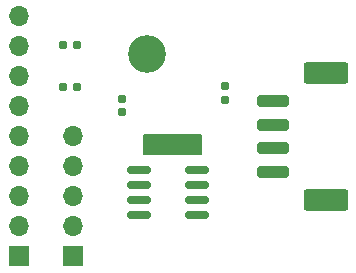
<source format=gbr>
%TF.GenerationSoftware,KiCad,Pcbnew,(6.0.7)*%
%TF.CreationDate,2022-09-05T16:04:27+02:00*%
%TF.ProjectId,autoprobe,6175746f-7072-46f6-9265-2e6b69636164,rev?*%
%TF.SameCoordinates,Original*%
%TF.FileFunction,Soldermask,Top*%
%TF.FilePolarity,Negative*%
%FSLAX46Y46*%
G04 Gerber Fmt 4.6, Leading zero omitted, Abs format (unit mm)*
G04 Created by KiCad (PCBNEW (6.0.7)) date 2022-09-05 16:04:27*
%MOMM*%
%LPD*%
G01*
G04 APERTURE LIST*
G04 Aperture macros list*
%AMRoundRect*
0 Rectangle with rounded corners*
0 $1 Rounding radius*
0 $2 $3 $4 $5 $6 $7 $8 $9 X,Y pos of 4 corners*
0 Add a 4 corners polygon primitive as box body*
4,1,4,$2,$3,$4,$5,$6,$7,$8,$9,$2,$3,0*
0 Add four circle primitives for the rounded corners*
1,1,$1+$1,$2,$3*
1,1,$1+$1,$4,$5*
1,1,$1+$1,$6,$7*
1,1,$1+$1,$8,$9*
0 Add four rect primitives between the rounded corners*
20,1,$1+$1,$2,$3,$4,$5,0*
20,1,$1+$1,$4,$5,$6,$7,0*
20,1,$1+$1,$6,$7,$8,$9,0*
20,1,$1+$1,$8,$9,$2,$3,0*%
G04 Aperture macros list end*
%ADD10C,0.150000*%
%ADD11C,3.200000*%
%ADD12RoundRect,0.160000X-0.197500X-0.160000X0.197500X-0.160000X0.197500X0.160000X-0.197500X0.160000X0*%
%ADD13RoundRect,0.250000X1.100000X-0.250000X1.100000X0.250000X-1.100000X0.250000X-1.100000X-0.250000X0*%
%ADD14RoundRect,0.250000X1.650000X-0.650000X1.650000X0.650000X-1.650000X0.650000X-1.650000X-0.650000X0*%
%ADD15RoundRect,0.150000X0.825000X0.150000X-0.825000X0.150000X-0.825000X-0.150000X0.825000X-0.150000X0*%
%ADD16RoundRect,0.160000X-0.160000X0.197500X-0.160000X-0.197500X0.160000X-0.197500X0.160000X0.197500X0*%
%ADD17RoundRect,0.155000X0.155000X-0.212500X0.155000X0.212500X-0.155000X0.212500X-0.155000X-0.212500X0*%
%ADD18R,1.700000X1.700000*%
%ADD19O,1.700000X1.700000*%
G04 APERTURE END LIST*
D10*
X151297500Y-89330000D02*
X156122500Y-89330000D01*
X156122500Y-89330000D02*
X156122500Y-90955000D01*
X156122500Y-90955000D02*
X151297500Y-90955000D01*
X151297500Y-90955000D02*
X151297500Y-89330000D01*
G36*
X151297500Y-89330000D02*
G01*
X156122500Y-89330000D01*
X156122500Y-90955000D01*
X151297500Y-90955000D01*
X151297500Y-89330000D01*
G37*
D11*
%TO.C,H1*%
X151580000Y-82540000D03*
%TD*%
D12*
%TO.C,R1*%
X144457500Y-85330000D03*
X145652500Y-85330000D03*
%TD*%
%TO.C,R3*%
X144457500Y-81755000D03*
X145652500Y-81755000D03*
%TD*%
D13*
%TO.C,J3*%
X162255000Y-92505000D03*
X162255000Y-90505000D03*
X162255000Y-88505000D03*
X162255000Y-86505000D03*
D14*
X166705000Y-84155000D03*
X166705000Y-94855000D03*
%TD*%
D15*
%TO.C,U1*%
X155830000Y-96185000D03*
X155830000Y-94915000D03*
X155830000Y-93645000D03*
X155830000Y-92375000D03*
X150880000Y-92375000D03*
X150880000Y-93645000D03*
X150880000Y-94915000D03*
X150880000Y-96185000D03*
%TD*%
D16*
%TO.C,R2*%
X158180000Y-85182500D03*
X158180000Y-86377500D03*
%TD*%
D17*
%TO.C,C1*%
X149505000Y-87422500D03*
X149505000Y-86287500D03*
%TD*%
D18*
%TO.C,J1*%
X140705000Y-99655000D03*
D19*
X140705000Y-97115000D03*
X140705000Y-94575000D03*
X140705000Y-92035000D03*
X140705000Y-89495000D03*
X140705000Y-86955000D03*
X140705000Y-84415000D03*
X140705000Y-81875000D03*
X140705000Y-79335000D03*
%TD*%
D18*
%TO.C,J2*%
X145280000Y-99655000D03*
D19*
X145280000Y-97115000D03*
X145280000Y-94575000D03*
X145280000Y-92035000D03*
X145280000Y-89495000D03*
%TD*%
M02*

</source>
